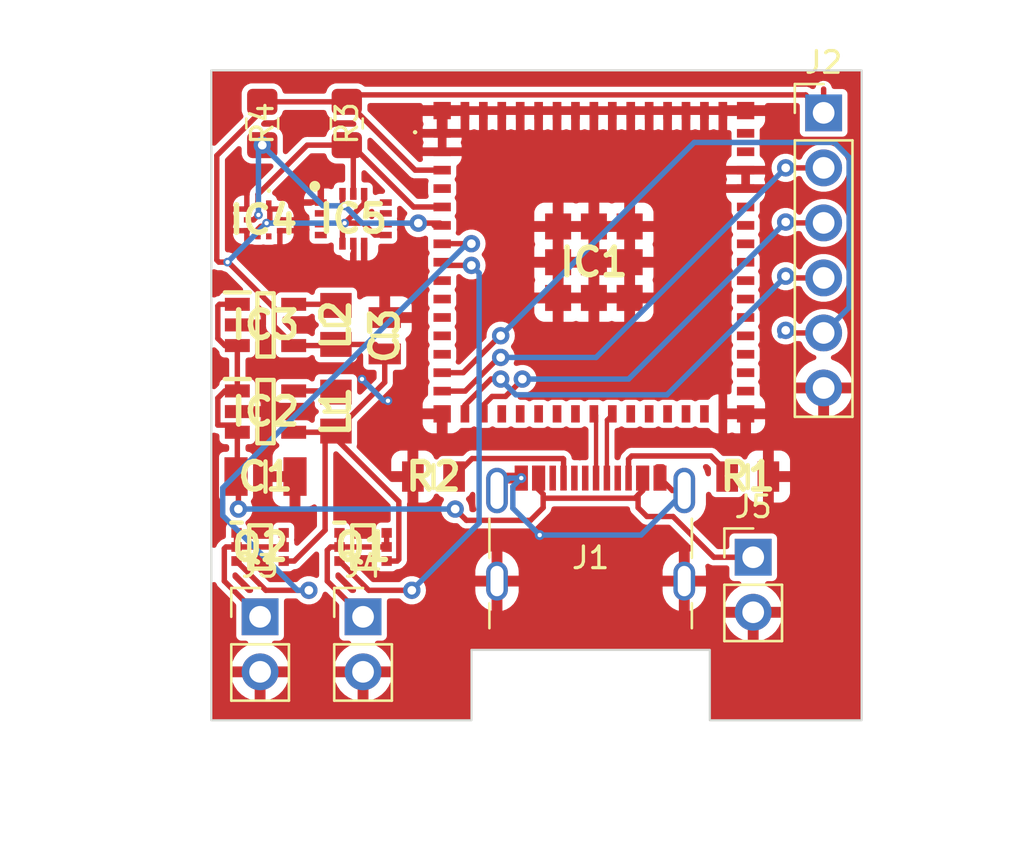
<source format=kicad_pcb>
(kicad_pcb (version 20221018) (generator pcbnew)
  (layers (0 "F.Cu" signal) (31 "B.Cu" signal) (34 "B.Paste" user) (35 "F.Paste" user) (36 "B.SilkS" user "B.Silkscreen") (37 "F.SilkS" user "F.Silkscreen") (38 "B.Mask" user) (39 "F.Mask" user) (44 "Edge.Cuts" user))
  (net 0 "")
  (net 2 "+3.3V")
  (net 3 "Net-(IC1-IO3)")
  (net 9 "Net-(IC1-IO4)")
  (net 10 "/CS")
  (net 11 "/MOSI")
  (net 12 "/CLK")
  (net 18 "/D-")
  (net 19 "/D+")
  (net 27 "GND")
  (net 39 "+5V")
  (net 40 "Net-(IC2-SW)")
  (net 41 "Net-(IC3-SW)")
  (net 42 "/scl")
  (net 43 "/sda")
  (net 51 "/MISO")
  (net 52 "Net-(J1-CC1)")
  (net 53 "/Motor1+")
  (net 54 "Net-(J1-CC2)")
  (net 57 "/Motor2+")
  (footprint "Connector_USB:USB_C_Receptacle_GCT_USB4105-xx-A_16P_TopMnt_Horizontal" (layer "F.Cu") (at 160.75 124.25)
    (fp_text reference "J1" (at 0 0 unlocked) (layer "F.SilkS"))
    (fp_text value "USB4105-GF-A-060 " hide)
    (fp_line (start -4.67 0) (end -4.67 -1.8) (stroke (width 0.12)) (layer "F.SilkS"))
    (fp_line (start -4.67 2.1) (end -4.67 3.25) (stroke (width 0.12)) (layer "F.SilkS"))
    (fp_line (start 4.67 0) (end 4.67 -1.8) (stroke (width 0.12)) (layer "F.SilkS"))
    (fp_line (start 4.67 2.1) (end 4.67 3.25) (stroke (width 0.12)) (layer "F.SilkS"))
    (pad "" np_thru_hole circle (at -2.89 -2.605) (size 0.65 0.65) (drill 0.65) (layers "F&B.Cu" "*.Mask"))
    (pad "" np_thru_hole circle (at 2.89 -2.605) (size 0.65 0.65) (drill 0.65) (layers "F&B.Cu" "*.Mask"))
    (pad "A1" smd rect (at -3.2 -3.68) (size 0.6 1.15) (layers "F.Cu" "F.Paste" "F.Mask") (net 27 "GND"))
    (pad "A4" smd rect (at -2.4 -3.68) (size 0.6 1.15) (layers "F.Cu" "F.Paste" "F.Mask") (net 39 "+5V"))
    (pad "A5" smd rect (at -1.25 -3.68) (size 0.3 1.15) (layers "F.Cu" "F.Paste" "F.Mask") (net 52 "Net-(J1-CC1)"))
    (pad "A6" smd rect (at -0.25 -3.68) (size 0.3 1.15) (layers "F.Cu" "F.Paste" "F.Mask") (net 19 "/D+"))
    (pad "A7" smd rect (at 0.25 -3.68) (size 0.3 1.15) (layers "F.Cu" "F.Paste" "F.Mask") (net 18 "/D-"))
    (pad "A8" smd rect (at 1.25 -3.68) (size 0.3 1.15) (layers "F.Cu" "F.Paste" "F.Mask"))
    (pad "A9" smd rect (at 2.4 -3.68) (size 0.6 1.15) (layers "F.Cu" "F.Paste" "F.Mask") (net 39 "+5V"))
    (pad "A12" smd rect (at 3.2 -3.68) (size 0.6 1.15) (layers "F.Cu" "F.Paste" "F.Mask") (net 27 "GND"))
    (pad "B1" smd rect (at 3.2 -3.68) (size 0.6 1.15) (layers "F.Cu" "F.Paste" "F.Mask") (net 27 "GND"))
    (pad "B4" smd rect (at 2.4 -3.68) (size 0.6 1.15) (layers "F.Cu" "F.Paste" "F.Mask") (net 39 "+5V"))
    (pad "B5" smd rect (at 1.75 -3.68) (size 0.3 1.15) (layers "F.Cu" "F.Paste" "F.Mask") (net 54 "Net-(J1-CC2)"))
    (pad "B6" smd rect (at 0.75 -3.68) (size 0.3 1.15) (layers "F.Cu" "F.Paste" "F.Mask") (net 19 "/D+"))
    (pad "B7" smd rect (at -0.75 -3.68) (size 0.3 1.15) (layers "F.Cu" "F.Paste" "F.Mask") (net 18 "/D-"))
    (pad "B8" smd rect (at -1.75 -3.68) (size 0.3 1.15) (layers "F.Cu" "F.Paste" "F.Mask"))
    (pad "B9" smd rect (at -2.4 -3.68) (size 0.6 1.15) (layers "F.Cu" "F.Paste" "F.Mask") (net 39 "+5V"))
    (pad "B12" smd rect (at -3.2 -3.68) (size 0.6 1.15) (layers "F.Cu" "F.Paste" "F.Mask") (net 27 "GND"))
    (pad "S1" thru_hole oval (at -4.32 -3.105) (size 1 2.1) (drill oval 0.6 1.7) (layers "*.Cu" "*.Mask") (net 27 "GND"))
    (pad "S1" thru_hole oval (at -4.32 1.075) (size 1 1.8) (drill oval 0.6 1.4) (layers "*.Cu" "*.Mask") (net 27 "GND"))
    (pad "S1" thru_hole oval (at 4.32 -3.105) (size 1 2.1) (drill oval 0.6 1.7) (layers "*.Cu" "*.Mask") (net 27 "GND"))
    (pad "S1" thru_hole oval (at 4.32 1.075) (size 1 1.8) (drill oval 0.6 1.4) (layers "*.Cu" "*.Mask") (net 27 "GND"))
  )
  (footprint "Resistor_SMD:R_0805_2012Metric_Pad1.20x1.40mm_HandSolder" (layer "F.Cu") (at 149.5 104.2 90)
    (fp_text reference "R3" (at 0 0 90) (layer "F.SilkS"))
    (fp_text value "ERJ-P06J472V" hide)
    (fp_line (start -0.227064 -0.735) (end 0.227064 -0.735) (stroke (width 0.12)) (layer "F.SilkS"))
    (fp_line (start -0.227064 0.735) (end 0.227064 0.735) (stroke (width 0.12)) (layer "F.SilkS"))
    (pad "1" smd roundrect (at -1 0 90) (size 1.2 1.4) (layers "F.Cu" "F.Paste" "F.Mask") (roundrect_rratio 0.2083333333) (net 42 "/scl"))
    (pad "2" smd roundrect (at 1 0 90) (size 1.2 1.4) (layers "F.Cu" "F.Paste" "F.Mask") (roundrect_rratio 0.2083333333) (net 2 "+3.3V"))
  )
  (footprint "SamacSys_Parts:RESC2012X60N" (layer "F.Cu") (at 153.5 120.5)
    (fp_text reference "R2" (at 0 0) (layer "F.SilkS") (effects (font (size 1.27 1.27) (thickness 0.254))))
    (fp_text value "CR0805-FX-5101ELF" hide)
    (fp_line (start 0 -0.525) (end 0 0.525) (stroke (width 0.2)) (layer "F.SilkS"))
    (pad "1" smd rect (at -0.95 0) (size 1 1.4) (layers "F.Cu" "F.Paste" "F.Mask") (net 27 "GND"))
    (pad "2" smd rect (at 0.95 0) (size 1 1.4) (layers "F.Cu" "F.Paste" "F.Mask") (net 52 "Net-(J1-CC1)"))
  )
  (footprint "Connector_PinHeader_2.54mm:PinHeader_1x06_P2.54mm_Vertical" (layer "F.Cu") (at 171.5 103.71)
    (fp_text reference "J2" (at 0 -2.33) (layer "F.SilkS"))
    (fp_text value "Conn_01x06_Pin")
    (fp_line (start -1.33 -1.33) (end 0 -1.33) (stroke (width 0.12)) (layer "F.SilkS"))
    (fp_line (start -1.33 0) (end -1.33 -1.33) (stroke (width 0.12)) (layer "F.SilkS"))
    (fp_line (start -1.33 1.27) (end -1.33 14.03) (stroke (width 0.12)) (layer "F.SilkS"))
    (fp_line (start -1.33 1.27) (end 1.33 1.27) (stroke (width 0.12)) (layer "F.SilkS"))
    (fp_line (start -1.33 14.03) (end 1.33 14.03) (stroke (width 0.12)) (layer "F.SilkS"))
    (fp_line (start 1.33 1.27) (end 1.33 14.03) (stroke (width 0.12)) (layer "F.SilkS"))
    (pad "1" thru_hole rect (at 0 0) (size 1.7 1.7) (drill 1) (layers "*.Cu" "*.Mask") (net 2 "+3.3V"))
    (pad "2" thru_hole oval (at 0 2.54) (size 1.7 1.7) (drill 1) (layers "*.Cu" "*.Mask") (net 11 "/MOSI"))
    (pad "3" thru_hole oval (at 0 5.08) (size 1.7 1.7) (drill 1) (layers "*.Cu" "*.Mask") (net 51 "/MISO"))
    (pad "4" thru_hole oval (at 0 7.62) (size 1.7 1.7) (drill 1) (layers "*.Cu" "*.Mask") (net 12 "/CLK"))
    (pad "5" thru_hole oval (at 0 10.16) (size 1.7 1.7) (drill 1) (layers "*.Cu" "*.Mask") (net 10 "/CS"))
    (pad "6" thru_hole oval (at 0 12.7) (size 1.7 1.7) (drill 1) (layers "*.Cu" "*.Mask") (net 27 "GND"))
  )
  (footprint "SamacSys_Parts:RESC2012X60N" (layer "F.Cu") (at 168 120.5 180)
    (fp_text reference "R1" (at 0 0) (layer "F.SilkS") (effects (font (size 1.27 1.27) (thickness 0.254))))
    (fp_text value "CR0805-FX-5101ELF" hide)
    (fp_line (start 0 -0.525) (end 0 0.525) (stroke (width 0.2)) (layer "F.SilkS"))
    (pad "1" smd rect (at -0.95 0 180) (size 1 1.4) (layers "F.Cu" "F.Paste" "F.Mask") (net 27 "GND"))
    (pad "2" smd rect (at 0.95 0 180) (size 1 1.4) (layers "F.Cu" "F.Paste" "F.Mask") (net 54 "Net-(J1-CC2)"))
  )
  (footprint "Connector_PinHeader_2.54mm:PinHeader_1x02_P2.54mm_Vertical" (layer "F.Cu") (at 145.5 126.975)
    (fp_text reference "J3" (at 0 -2.33) (layer "F.SilkS"))
    (fp_text value "Conn_01x02_Pin")
    (fp_line (start -1.33 -1.33) (end 0 -1.33) (stroke (width 0.12)) (layer "F.SilkS"))
    (fp_line (start -1.33 0) (end -1.33 -1.33) (stroke (width 0.12)) (layer "F.SilkS"))
    (fp_line (start -1.33 1.27) (end -1.33 3.87) (stroke (width 0.12)) (layer "F.SilkS"))
    (fp_line (start -1.33 1.27) (end 1.33 1.27) (stroke (width 0.12)) (layer "F.SilkS"))
    (fp_line (start -1.33 3.87) (end 1.33 3.87) (stroke (width 0.12)) (layer "F.SilkS"))
    (fp_line (start 1.33 1.27) (end 1.33 3.87) (stroke (width 0.12)) (layer "F.SilkS"))
    (pad "1" thru_hole rect (at 0 0) (size 1.7 1.7) (drill 1) (layers "*.Cu" "*.Mask") (net 53 "/Motor1+"))
    (pad "2" thru_hole oval (at 0 2.54) (size 1.7 1.7) (drill 1) (layers "*.Cu" "*.Mask") (net 27 "GND"))
  )
  (footprint "Connector_PinHeader_2.54mm:PinHeader_1x02_P2.54mm_Vertical" (layer "F.Cu") (at 168.25 124.225)
    (fp_text reference "J5" (at 0 -2.33) (layer "F.SilkS"))
    (fp_text value "Conn_01x02_Pin")
    (fp_line (start -1.33 -1.33) (end 0 -1.33) (stroke (width 0.12)) (layer "F.SilkS"))
    (fp_line (start -1.33 0) (end -1.33 -1.33) (stroke (width 0.12)) (layer "F.SilkS"))
    (fp_line (start -1.33 1.27) (end -1.33 3.87) (stroke (width 0.12)) (layer "F.SilkS"))
    (fp_line (start -1.33 1.27) (end 1.33 1.27) (stroke (width 0.12)) (layer "F.SilkS"))
    (fp_line (start -1.33 3.87) (end 1.33 3.87) (stroke (width 0.12)) (layer "F.SilkS"))
    (fp_line (start 1.33 1.27) (end 1.33 3.87) (stroke (width 0.12)) (layer "F.SilkS"))
    (pad "1" thru_hole rect (at 0 0) (size 1.7 1.7) (drill 1) (layers "*.Cu" "*.Mask") (net 39 "+5V"))
    (pad "2" thru_hole oval (at 0 2.54) (size 1.7 1.7) (drill 1) (layers "*.Cu" "*.Mask") (net 27 "GND"))
  )
  (footprint "SamacSys_Parts:SOTFL65P210X75-6N" (layer "F.Cu") (at 145.5 123.75)
    (fp_text reference "Q2" (at 0 0) (layer "F.SilkS") (effects (font (size 1.27 1.27) (thickness 0.254))))
    (fp_text value "SSM6K407TU,LF" hide)
    (fp_line (start -1.325 -1.125) (end -0.85 -1.125) (stroke (width 0.2)) (layer "F.SilkS"))
    (fp_line (start -0.5 -1) (end 0.5 -1) (stroke (width 0.2)) (layer "F.SilkS"))
    (fp_line (start -0.5 1) (end -0.5 -1) (stroke (width 0.2)) (layer "F.SilkS"))
    (fp_line (start 0.5 -1) (end 0.5 1) (stroke (width 0.2)) (layer "F.SilkS"))
    (fp_line (start 0.5 1) (end -0.5 1) (stroke (width 0.2)) (layer "F.SilkS"))
    (pad "1" smd rect (at -1.088 -0.65 90) (size 0.45 0.475) (layers "F.Cu" "F.Paste" "F.Mask") (net 53 "/Motor1+"))
    (pad "2" smd rect (at -1.088 0 90) (size 0.45 0.475) (layers "F.Cu" "F.Paste" "F.Mask") (net 53 "/Motor1+"))
    (pad "3" smd rect (at -1.088 0.65 90) (size 0.45 0.475) (layers "F.Cu" "F.Paste" "F.Mask") (net 3 "Net-(IC1-IO3)"))
    (pad "4" smd rect (at 1.088 0.65 90) (size 0.45 0.475) (layers "F.Cu" "F.Paste" "F.Mask") (net 2 "+3.3V"))
    (pad "5" smd rect (at 1.088 0 90) (size 0.45 0.475) (layers "F.Cu" "F.Paste" "F.Mask") (net 53 "/Motor1+"))
    (pad "6" smd rect (at 1.088 -0.65 90) (size 0.45 0.475) (layers "F.Cu" "F.Paste" "F.Mask") (net 53 "/Motor1+"))
  )
  (footprint "mouser:SOT95P284X119-5N" (layer "F.Cu") (at 145.75 113.5)
    (fp_text reference "IC3" (at 0 0) (layer "F.SilkS") (effects (font (size 1.27 1.27) (thickness 0.254))))
    (fp_text value "LM3671MF-3.3_NOPB" hide)
    (fp_line (start -1.875 -1.503) (end -0.725 -1.503) (stroke (width 0.2)) (layer "F.SilkS"))
    (fp_line (start -0.375 -1.46) (end 0.375 -1.46) (stroke (width 0.2)) (layer "F.SilkS"))
    (fp_line (start -0.375 1.46) (end -0.375 -1.46) (stroke (width 0.2)) (layer "F.SilkS"))
    (fp_line (start 0.375 -1.46) (end 0.375 1.46) (stroke (width 0.2)) (layer "F.SilkS"))
    (fp_line (start 0.375 1.46) (end -0.375 1.46) (stroke (width 0.2)) (layer "F.SilkS"))
    (pad "1" smd rect (at -1.3 -0.953 90) (size 0.6 1.15) (layers "F.Cu" "F.Paste" "F.Mask") (net 39 "+5V"))
    (pad "2" smd rect (at -1.3 0 90) (size 0.6 1.15) (layers "F.Cu" "F.Paste" "F.Mask") (net 27 "GND"))
    (pad "3" smd rect (at -1.3 0.953 90) (size 0.6 1.15) (layers "F.Cu" "F.Paste" "F.Mask") (net 39 "+5V"))
    (pad "4" smd rect (at 1.3 0.953 90) (size 0.6 1.15) (layers "F.Cu" "F.Paste" "F.Mask") (net 2 "+3.3V"))
    (pad "5" smd rect (at 1.3 -0.953 90) (size 0.6 1.15) (layers "F.Cu" "F.Paste" "F.Mask") (net 41 "Net-(IC3-SW)"))
  )
  (footprint "mouser:SOT95P284X119-5N" (layer "F.Cu") (at 145.75 117.5)
    (fp_text reference "IC2" (at 0 0) (layer "F.SilkS") (effects (font (size 1.27 1.27) (thickness 0.254))))
    (fp_text value "LM3671MF-3.3_NOPB" hide)
    (fp_line (start -1.875 -1.503) (end -0.725 -1.503) (stroke (width 0.2)) (layer "F.SilkS"))
    (fp_line (start -0.375 -1.46) (end 0.375 -1.46) (stroke (width 0.2)) (layer "F.SilkS"))
    (fp_line (start -0.375 1.46) (end -0.375 -1.46) (stroke (width 0.2)) (layer "F.SilkS"))
    (fp_line (start 0.375 -1.46) (end 0.375 1.46) (stroke (width 0.2)) (layer "F.SilkS"))
    (fp_line (start 0.375 1.46) (end -0.375 1.46) (stroke (width 0.2)) (layer "F.SilkS"))
    (pad "1" smd rect (at -1.3 -0.953 90) (size 0.6 1.15) (layers "F.Cu" "F.Paste" "F.Mask") (net 39 "+5V"))
    (pad "2" smd rect (at -1.3 0 90) (size 0.6 1.15) (layers "F.Cu" "F.Paste" "F.Mask") (net 27 "GND"))
    (pad "3" smd rect (at -1.3 0.953 90) (size 0.6 1.15) (layers "F.Cu" "F.Paste" "F.Mask") (net 39 "+5V"))
    (pad "4" smd rect (at 1.3 0.953 90) (size 0.6 1.15) (layers "F.Cu" "F.Paste" "F.Mask") (net 2 "+3.3V"))
    (pad "5" smd rect (at 1.3 -0.953 90) (size 0.6 1.15) (layers "F.Cu" "F.Paste" "F.Mask") (net 40 "Net-(IC2-SW)"))
  )
  (footprint "mouser:INDC2012X145N" (layer "F.Cu") (at 149 113.5 -90)
    (fp_text reference "L2" (at 0 0 90) (layer "F.SilkS") (effects (font (size 1.27 1.27) (thickness 0.254))))
    (fp_text value "CBC2012T2R2M" hide)
    (fp_line (start 0 -0.525) (end 0 0.525) (stroke (width 0.2)) (layer "F.SilkS"))
    (pad "1" smd rect (at -0.9 0 270) (size 1.15 1.45) (layers "F.Cu" "F.Paste" "F.Mask") (net 41 "Net-(IC3-SW)"))
    (pad "2" smd rect (at 0.9 0 270) (size 1.15 1.45) (layers "F.Cu" "F.Paste" "F.Mask") (net 2 "+3.3V"))
  )
  (footprint "Connector_PinHeader_2.54mm:PinHeader_1x02_P2.54mm_Vertical" (layer "F.Cu") (at 150.25 126.975)
    (fp_text reference "J4" (at 0 -2.33) (layer "F.SilkS"))
    (fp_text value "Conn_01x02_Pin")
    (fp_line (start -1.33 -1.33) (end 0 -1.33) (stroke (width 0.12)) (layer "F.SilkS"))
    (fp_line (start -1.33 0) (end -1.33 -1.33) (stroke (width 0.12)) (layer "F.SilkS"))
    (fp_line (start -1.33 1.27) (end -1.33 3.87) (stroke (width 0.12)) (layer "F.SilkS"))
    (fp_line (start -1.33 1.27) (end 1.33 1.27) (stroke (width 0.12)) (layer "F.SilkS"))
    (fp_line (start -1.33 3.87) (end 1.33 3.87) (stroke (width 0.12)) (layer "F.SilkS"))
    (fp_line (start 1.33 1.27) (end 1.33 3.87) (stroke (width 0.12)) (layer "F.SilkS"))
    (pad "1" thru_hole rect (at 0 0) (size 1.7 1.7) (drill 1) (layers "*.Cu" "*.Mask") (net 57 "/Motor2+"))
    (pad "2" thru_hole oval (at 0 2.54) (size 1.7 1.7) (drill 1) (layers "*.Cu" "*.Mask") (net 27 "GND"))
  )
  (footprint "mouser:BMP390" (layer "F.Cu") (at 145.65 108.65)
    (fp_text reference "IC4" (at 0 0) (layer "F.SilkS") (effects (font (size 1.27 1.27) (thickness 0.254))))
    (fp_text value "BMP390" hide)
    (fp_line (start 0.25 -1.4) (end 0.25 -1.4) (stroke (width 0.1)) (layer "F.SilkS"))
    (fp_line (start 0.25 -1.3) (end 0.25 -1.3) (stroke (width 0.1)) (layer "F.SilkS"))
    (fp_arc (start 0.25 -1.4) (mid 0.3 -1.35) (end 0.25 -1.3) (stroke (width 0.1)) (layer "F.SilkS"))
    (fp_arc (start 0.25 -1.3) (mid 0.2 -1.35) (end 0.25 -1.4) (stroke (width 0.1)) (layer "F.SilkS"))
    (pad "1" smd rect (at 0.25 -0.763) (size 0.25 0.275) (layers "F.Cu" "F.Paste" "F.Mask") (net 2 "+3.3V"))
    (pad "2" smd rect (at -0.25 -0.763) (size 0.25 0.275) (layers "F.Cu" "F.Paste" "F.Mask") (net 42 "/scl"))
    (pad "3" smd rect (at -0.762 -0.5 90) (size 0.25 0.275) (layers "F.Cu" "F.Paste" "F.Mask") (net 27 "GND"))
    (pad "4" smd rect (at -0.762 0 90) (size 0.25 0.275) (layers "F.Cu" "F.Paste" "F.Mask") (net 43 "/sda"))
    (pad "5" smd rect (at -0.762 0.5 90) (size 0.25 0.275) (layers "F.Cu" "F.Paste" "F.Mask") (net 27 "GND"))
    (pad "6" smd rect (at -0.25 0.763) (size 0.25 0.275) (layers "F.Cu" "F.Paste" "F.Mask") (net 2 "+3.3V"))
    (pad "7" smd rect (at 0.25 0.763) (size 0.25 0.275) (layers "F.Cu" "F.Paste" "F.Mask"))
    (pad "8" smd rect (at 0.762 0.5 90) (size 0.25 0.275) (layers "F.Cu" "F.Paste" "F.Mask") (net 27 "GND"))
    (pad "9" smd rect (at 0.762 0 90) (size 0.25 0.275) (layers "F.Cu" "F.Paste" "F.Mask") (net 27 "GND"))
    (pad "10" smd rect (at 0.762 -0.5 90) (size 0.25 0.275) (layers "F.Cu" "F.Paste" "F.Mask") (net 2 "+3.3V"))
  )
  (footprint "mouser:QFN50P300X250X87-14N" (layer "F.Cu") (at 149.8 108.6)
    (fp_text reference "IC5" (at 0 0) (layer "F.SilkS") (effects (font (size 1.27 1.27) (thickness 0.254))))
    (fp_text value "BMI270" hide)
    (fp_circle (center -1.775 -1.5) (end -1.775 -1.375) (stroke (width 0.25)) (fill none) (layer "F.SilkS"))
    (pad "1" smd rect (at -1.5 -0.75 90) (size 0.3 0.55) (layers "F.Cu" "F.Paste" "F.Mask") (net 27 "GND"))
    (pad "2" smd rect (at -1.5 -0.25 90) (size 0.3 0.55) (layers "F.Cu" "F.Paste" "F.Mask"))
    (pad "3" smd rect (at -1.5 0.25 90) (size 0.3 0.55) (layers "F.Cu" "F.Paste" "F.Mask"))
    (pad "4" smd rect (at -1.5 0.75 90) (size 0.3 0.55) (layers "F.Cu" "F.Paste" "F.Mask"))
    (pad "5" smd rect (at -0.5 1.15) (size 0.3 0.55) (layers "F.Cu" "F.Paste" "F.Mask") (net 2 "+3.3V"))
    (pad "6" smd rect (at 0 1.15) (size 0.3 0.55) (layers "F.Cu" "F.Paste" "F.Mask") (net 27 "GND"))
    (pad "7" smd rect (at 0.5 1.15) (size 0.3 0.55) (layers "F.Cu" "F.Paste" "F.Mask") (net 27 "GND"))
    (pad "8" smd rect (at 1.5 0.75 90) (size 0.3 0.55) (layers "F.Cu" "F.Paste" "F.Mask") (net 2 "+3.3V"))
    (pad "9" smd rect (at 1.5 0.25 90) (size 0.3 0.55) (layers "F.Cu" "F.Paste" "F.Mask"))
    (pad "10" smd rect (at 1.5 -0.25 90) (size 0.3 0.55) (layers "F.Cu" "F.Paste" "F.Mask"))
    (pad "11" smd rect (at 1.5 -0.75 90) (size 0.3 0.55) (layers "F.Cu" "F.Paste" "F.Mask"))
    (pad "12" smd rect (at 0.5 -1.15) (size 0.3 0.55) (layers "F.Cu" "F.Paste" "F.Mask") (net 2 "+3.3V"))
    (pad "13" smd rect (at 0 -1.15) (size 0.3 0.55) (layers "F.Cu" "F.Paste" "F.Mask") (net 42 "/scl"))
    (pad "14" smd rect (at -0.5 -1.15) (size 0.3 0.55) (layers "F.Cu" "F.Paste" "F.Mask") (net 43 "/sda"))
  )
  (footprint "mouser:CAPC3216X180N" (layer "F.Cu") (at 145.75 120.5)
    (fp_text reference "C1" (at 0 0) (layer "F.SilkS") (effects (font (size 1.27 1.27) (thickness 0.254))))
    (fp_text value "EMK316B7475KL-T" hide)
    (fp_line (start 0 -0.7) (end 0 0.7) (stroke (width 0.2)) (layer "F.SilkS"))
    (pad "1" smd rect (at -1.36 0) (size 1.07 1.78) (layers "F.Cu" "F.Paste" "F.Mask") (net 39 "+5V"))
    (pad "2" smd rect (at 1.36 0) (size 1.07 1.78) (layers "F.Cu" "F.Paste" "F.Mask") (net 27 "GND"))
  )
  (footprint "mouser:ESP32S2MINI2UN4" (layer "F.Cu") (at 160.9 110.605)
    (fp_text reference "IC1" (at 0 0) (layer "F.SilkS") (effects (font (size 1.27 1.27) (thickness 0.254))))
    (fp_text value "ESP32-S2-MINI-2U-N4" hide)
    (fp_line (start -8.3 -6) (end -8.3 -6) (stroke (width 0.1)) (layer "F.SilkS"))
    (fp_line (start -8.2 -6) (end -8.2 -6) (stroke (width 0.1)) (layer "F.SilkS"))
    (fp_arc (start -8.3 -6) (mid -8.25 -6.05) (end -8.2 -6) (stroke (width 0.1)) (layer "F.SilkS"))
    (fp_arc (start -8.2 -6) (mid -8.25 -5.95) (end -8.3 -6) (stroke (width 0.1)) (layer "F.SilkS"))
    (pad "1" smd rect (at -7 -5.95 90) (size 0.4 0.8) (layers "F.Cu" "F.Paste" "F.Mask") (net 27 "GND"))
    (pad "2" smd rect (at -7 -5.1 90) (size 0.4 0.8) (layers "F.Cu" "F.Paste" "F.Mask") (net 27 "GND"))
    (pad "3" smd rect (at -7 -4.25 90) (size 0.4 0.8) (layers "F.Cu" "F.Paste" "F.Mask") (net 2 "+3.3V"))
    (pad "4" smd rect (at -7 -3.4 90) (size 0.4 0.8) (layers "F.Cu" "F.Paste" "F.Mask"))
    (pad "5" smd rect (at -7 -2.55 90) (size 0.4 0.8) (layers "F.Cu" "F.Paste" "F.Mask") (net 42 "/scl"))
    (pad "6" smd rect (at -7 -1.7 90) (size 0.4 0.8) (layers "F.Cu" "F.Paste" "F.Mask") (net 43 "/sda"))
    (pad "7" smd rect (at -7 -0.85 90) (size 0.4 0.8) (layers "F.Cu" "F.Paste" "F.Mask") (net 3 "Net-(IC1-IO3)"))
    (pad "8" smd rect (at -7 0 90) (size 0.4 0.8) (layers "F.Cu" "F.Paste" "F.Mask") (net 9 "Net-(IC1-IO4)"))
    (pad "9" smd rect (at -7 0.85 90) (size 0.4 0.8) (layers "F.Cu" "F.Paste" "F.Mask"))
    (pad "10" smd rect (at -7 1.7 90) (size 0.4 0.8) (layers "F.Cu" "F.Paste" "F.Mask"))
    (pad "11" smd rect (at -7 2.55 90) (size 0.4 0.8) (layers "F.Cu" "F.Paste" "F.Mask"))
    (pad "12" smd rect (at -7 3.4 90) (size 0.4 0.8) (layers "F.Cu" "F.Paste" "F.Mask"))
    (pad "13" smd rect (at -7 4.25 90) (size 0.4 0.8) (layers "F.Cu" "F.Paste" "F.Mask"))
    (pad "14" smd rect (at -7 5.1 90) (size 0.4 0.8) (layers "F.Cu" "F.Paste" "F.Mask") (net 10 "/CS"))
    (pad "15" smd rect (at -7 5.95 90) (size 0.4 0.8) (layers "F.Cu" "F.Paste" "F.Mask") (net 11 "/MOSI"))
    (pad "16" smd rect (at -5.95 7) (size 0.4 0.8) (layers "F.Cu" "F.Paste" "F.Mask") (net 12 "/CLK"))
    (pad "17" smd rect (at -5.1 7) (size 0.4 0.8) (layers "F.Cu" "F.Paste" "F.Mask") (net 51 "/MISO"))
    (pad "18" smd rect (at -4.25 7) (size 0.4 0.8) (layers "F.Cu" "F.Paste" "F.Mask"))
    (pad "19" smd rect (at -3.4 7) (size 0.4 0.8) (layers "F.Cu" "F.Paste" "F.Mask"))
    (pad "20" smd rect (at -2.55 7) (size 0.4 0.8) (layers "F.Cu" "F.Paste" "F.Mask"))
    (pad "21" smd rect (at -1.7 7) (size 0.4 0.8) (layers "F.Cu" "F.Paste" "F.Mask"))
    (pad "22" smd rect (at -0.85 7) (size 0.4 0.8) (layers "F.Cu" "F.Paste" "F.Mask"))
    (pad "23" smd rect (at 0 7) (size 0.4 0.8) (layers "F.Cu" "F.Paste" "F.Mask") (net 18 "/D-"))
    (pad "24" smd rect (at 0.85 7) (size 0.4 0.8) (layers "F.Cu" "F.Paste" "F.Mask") (net 19 "/D+"))
    (pad "25" smd rect (at 1.7 7) (size 0.4 0.8) (layers "F.Cu" "F.Paste" "F.Mask"))
    (pad "26" smd rect (at 2.55 7) (size 0.4 0.8) (layers "F.Cu" "F.Paste" "F.Mask"))
    (pad "27" smd rect (at 3.4 7) (size 0.4 0.8) (layers "F.Cu" "F.Paste" "F.Mask"))
    (pad "28" smd rect (at 4.25 7) (size 0.4 0.8) (layers "F.Cu" "F.Paste" "F.Mask"))
    (pad "29" smd rect (at 5.1 7) (size 0.4 0.8) (layers "F.Cu" "F.Paste" "F.Mask"))
    (pad "30" smd rect (at 5.95 7) (size 0.4 0.8) (layers "F.Cu" "F.Paste" "F.Mask") (net 27 "GND"))
    (pad "31" smd rect (at 7 5.95 90) (size 0.4 0.8) (layers "F.Cu" "F.Paste" "F.Mask"))
    (pad "32" smd rect (at 7 5.1 90) (size 0.4 0.8) (layers "F.Cu" "F.Paste" "F.Mask"))
    (pad "33" smd rect (at 7 4.25 90) (size 0.4 0.8) (layers "F.Cu" "F.Paste" "F.Mask"))
    (pad "34" smd rect (at 7 3.4 90) (size 0.4 0.8) (layers "F.Cu" "F.Paste" "F.Mask"))
    (pad "35" smd rect (at 7 2.55 90) (size 0.4 0.8) (layers "F.Cu" "F.Paste" "F.Mask"))
    (pad "36" smd rect (at 7 1.7 90) (size 0.4 0.8) (layers "F.Cu" "F.Paste" "F.Mask"))
    (pad "37" smd rect (at 7 0.85 90) (size 0.4 0.8) (layers "F.Cu" "F.Paste" "F.Mask"))
    (pad "38" smd rect (at 7 0 90) (size 0.4 0.8) (layers "F.Cu" "F.Paste" "F.Mask"))
    (pad "39" smd rect (at 7 -0.85 90) (size 0.4 0.8) (layers "F.Cu" "F.Paste" "F.Mask"))
    (pad "40" smd rect (at 7 -1.7 90) (size 0.4 0.8) (layers "F.Cu" "F.Paste" "F.Mask"))
    (pad "41" smd rect (at 7 -2.55 90) (size 0.4 0.8) (layers "F.Cu" "F.Paste" "F.Mask"))
    (pad "42" smd rect (at 7 -3.4 90) (size 0.4 0.8) (layers "F.Cu" "F.Paste" "F.Mask") (net 27 "GND"))
    (pad "43" smd rect (at 7 -4.25 90) (size 0.4 0.8) (layers "F.Cu" "F.Paste" "F.Mask") (net 27 "GND"))
    (pad "44" smd rect (at 7 -5.1 90) (size 0.4 0.8) (layers "F.Cu" "F.Paste" "F.Mask"))
    (pad "45" smd rect (at 7 -5.95 90) (size 0.4 0.8) (layers "F.Cu" "F.Paste" "F.Mask"))
    (pad "46" smd rect (at 5.95 -7) (size 0.4 0.8) (layers "F.Cu" "F.Paste" "F.Mask") (net 27 "GND"))
    (pad "47" smd rect (at 5.1 -7) (size 0.4 0.8) (layers "F.Cu" "F.Paste" "F.Mask") (net 27 "GND"))
    (pad "48" smd rect (at 4.25 -7) (size 0.4 0.8) (layers "F.Cu" "F.Paste" "F.Mask") (net 27 "GND"))
    (pad "49" smd rect (at 3.4 -7) (size 0.4 0.8) (layers "F.Cu" "F.Paste" "F.Mask") (net 27 "GND"))
    (pad "50" smd rect (at 2.55 -7) (size 0.4 0.8) (layers "F.Cu" "F.Paste" "F.Mask") (net 27 "GND"))
    (pad "51" smd rect (at 1.7 -7) (size 0.4 0.8) (layers "F.Cu" "F.Paste" "F.Mask") (net 27 "GND"))
    (pad "52" smd rect (at 0.85 -7) (size 0.4 0.8) (layers "F.Cu" "F.Paste" "F.Mask") (net 27 "GND"))
    (pad "53" smd rect (at 0 -7) (size 0.4 0.8) (layers "F.Cu" "F.Paste" "F.Mask") (net 27 "GND"))
    (pad "54" smd rect (at -0.85 -7) (size 0.4 0.8) (layers "F.Cu" "F.Paste" "F.Mask") (net 27 "GND"))
    (pad "55" smd rect (at -1.7 -7) (size 0.4 0.8) (layers "F.Cu" "F.Paste" "F.Mask") (net 27 "GND"))
    (pad "56" smd rect (at -2.55 -7) (size 0.4 0.8) (layers "F.Cu" "F.Paste" "F.Mask") (net 27 "GND"))
    (pad "57" smd rect (at -3.4 -7) (size 0.4 0.8) (layers "F.Cu" "F.Paste" "F.Mask") (net 27 "GND"))
    (pad "58" smd rect (at -4.25 -7) (size 0.4 0.8) (layers "F.Cu" "F.Paste" "F.Mask") (net 27 "GND"))
    (pad "59" smd rect (at -5.1 -7) (size 0.4 0.8) (layers "F.Cu" "F.Paste" "F.Mask") (net 27 "GND"))
    (pad "60" smd rect (at -5.95 -7) (size 0.4 0.8) (layers "F.Cu" "F.Paste" "F.Mask") (net 27 "GND"))
    (pad "61" smd rect (at 0 0 90) (size 1.2 1.2) (layers "F.Cu" "F.Paste" "F.Mask") (net 27 "GND"))
    (pad "62" smd rect (at -7 -7 90) (size 0.8 0.8) (layers "F.Cu" "F.Paste" "F.Mask") (net 27 "GND"))
    (pad "63" smd rect (at -7 7 90) (size 0.8 0.8) (layers "F.Cu" "F.Paste" "F.Mask") (net 27 "GND"))
    (pad "64" smd rect (at 7 7 90) (size 0.8 0.8) (layers "F.Cu" "F.Paste" "F.Mask") (net 27 "GND"))
    (pad "65" smd rect (at 7 -7 90) (size 0.8 0.8) (layers "F.Cu" "F.Paste" "F.Mask") (net 27 "GND"))
    (pad "66" smd rect (at -1.65 -1.65 90) (size 1.2 1.2) (layers "F.Cu" "F.Paste" "F.Mask") (net 27 "GND"))
    (pad "67" smd rect (at -1.65 0 90) (size 1.2 1.2) (layers "F.Cu" "F.Paste" "F.Mask") (net 27 "GND"))
    (pad "68" smd rect (at -1.65 1.65 90) (size 1.2 1.2) (layers "F.Cu" "F.Paste" "F.Mask") (net 27 "GND"))
    (pad "69" smd rect (at 0 1.65 90) (size 1.2 1.2) (layers "F.Cu" "F.Paste" "F.Mask") (net 27 "GND"))
    (pad "70" smd rect (at 1.65 1.65 90) (size 1.2 1.2) (layers "F.Cu" "F.Paste" "F.Mask") (net 27 "GND"))
    (pad "71" smd rect (at 1.65 0 90) (size 1.2 1.2) (layers "F.Cu" "F.Paste" "F.Mask") (net 27 "GND"))
    (pad "72" smd rect (at 1.65 -1.65 90) (size 1.2 1.2) (layers "F.Cu" "F.Paste" "F.Mask") (net 27 "GND"))
    (pad "73" smd rect (at 0 -1.65 90) (size 1.2 1.2) (layers "F.Cu" "F.Paste" "F.Mask") (net 27 "GND"))
  )
  (footprint "SamacSys_Parts:SOTFL65P210X75-6N" (layer "F.Cu") (at 150.25 123.75)
    (fp_text reference "Q1" (at 0 0) (layer "F.SilkS") (effects (font (size 1.27 1.27) (thickness 0.254))))
    (fp_text value "SSM6K407TU,LF" hide)
    (fp_line (start -1.325 -1.125) (end -0.85 -1.125) (stroke (width 0.2)) (layer "F.SilkS"))
    (fp_line (start -0.5 -1) (end 0.5 -1) (stroke (width 0.2)) (layer "F.SilkS"))
    (fp_line (start -0.5 1) (end -0.5 -1) (stroke (width 0.2)) (layer "F.SilkS"))
    (fp_line (start 0.5 -1) (end 0.5 1) (stroke (width 0.2)) (layer "F.SilkS"))
    (fp_line (start 0.5 1) (end -0.5 1) (stroke (width 0.2)) (layer "F.SilkS"))
    (pad "1" smd rect (at -1.088 -0.65 90) (size 0.45 0.475) (layers "F.Cu" "F.Paste" "F.Mask") (net 57 "/Motor2+"))
    (pad "2" smd rect (at -1.088 0 90) (size 0.45 0.475) (layers "F.Cu" "F.Paste" "F.Mask") (net 57 "/Motor2+"))
    (pad "3" smd rect (at -1.088 0.65 90) (size 0.45 0.475) (layers "F.Cu" "F.Paste" "F.Mask") (net 9 "Net-(IC1-IO4)"))
    (pad "4" smd rect (at 1.088 0.65 90) (size 0.45 0.475) (layers "F.Cu" "F.Paste" "F.Mask") (net 2 "+3.3V"))
    (pad "5" smd rect (at 1.088 0 90) (size 0.45 0.475) (layers "F.Cu" "F.Paste" "F.Mask") (net 57 "/Motor2+"))
    (pad "6" smd rect (at 1.088 -0.65 90) (size 0.45 0.475) (layers "F.Cu" "F.Paste" "F.Mask") (net 57 "/Motor2+"))
  )
  (footprint "mouser:INDC2012X145N" (layer "F.Cu") (at 149 117.5 -90)
    (fp_text reference "L1" (at 0 0 90) (layer "F.SilkS") (effects (font (size 1.27 1.27) (thickness 0.254))))
    (fp_text value "CBC2012T2R2M" hide)
    (fp_line (start 0 -0.525) (end 0 0.525) (stroke (width 0.2)) (layer "F.SilkS"))
    (pad "1" smd rect (at -0.9 0 270) (size 1.15 1.45) (layers "F.Cu" "F.Paste" "F.Mask") (net 40 "Net-(IC2-SW)"))
    (pad "2" smd rect (at 0.9 0 270) (size 1.15 1.45) (layers "F.Cu" "F.Paste" "F.Mask") (net 2 "+3.3V"))
  )
  (footprint "mouser:CAPC2114X145N" (layer "F.Cu") (at 151.25 114 90)
    (fp_text reference "C3" (at 0 0 90) (layer "F.SilkS") (effects (font (size 1.27 1.27) (thickness 0.254))))
    (fp_text value "TMK212BBJ106KG-T" hide)
    (fp_line (start 0 -0.575) (end 0 0.575) (stroke (width 0.2)) (layer "F.SilkS"))
    (pad "1" smd rect (at -0.84 0 90) (size 0.96 1.49) (layers "F.Cu" "F.Paste" "F.Mask") (net 2 "+3.3V"))
    (pad "2" smd rect (at 0.84 0 90) (size 0.96 1.49) (layers "F.Cu" "F.Paste" "F.Mask") (net 27 "GND"))
  )
  (footprint "Resistor_SMD:R_0805_2012Metric_Pad1.20x1.40mm_HandSolder" (layer "F.Cu") (at 145.6 104.2 90)
    (fp_text reference "R4" (at 0 0 90) (layer "F.SilkS"))
    (fp_text value "ERJ-P06J472V" hide)
    (fp_line (start -0.227064 -0.735) (end 0.227064 -0.735) (stroke (width 0.12)) (layer "F.SilkS"))
    (fp_line (start -0.227064 0.735) (end 0.227064 0.735) (stroke (width 0.12)) (layer "F.SilkS"))
    (pad "1" smd roundrect (at -1 0 90) (size 1.2 1.4) (layers "F.Cu" "F.Paste" "F.Mask") (roundrect_rratio 0.2083333333) (net 43 "/sda"))
    (pad "2" smd roundrect (at 1 0 90) (size 1.2 1.4) (layers "F.Cu" "F.Paste" "F.Mask") (roundrect_rratio 0.2083333333) (net 2 "+3.3V"))
  )
  (gr_poly (pts (xy 143.25 101.75) (xy 173.25 101.75) (xy 173.25 131.75) (xy 166.25 131.75) (xy 166.25 128.5) (xy 155.25 128.5) (xy 155.25 131.75) (xy 143.25 131.75)) (stroke (width 0.1)) (fill none) (layer "Edge.Cuts"))
  (segment (start 151.8255 124.4) (end 151.9005 124.325) (width 0.25) (layer "F.Cu") (net 2))
  (segment (start 143.502 105.684827) (end 145.6 103.586827) (width 0.25) (layer "F.Cu") (net 2))
  (segment (start 171.5 103.71) (end 170.67 102.88) (width 0.25) (layer "F.Cu") (net 2))
  (segment (start 152.655 106.355) (end 153.9 106.355) (width 0.25) (layer "F.Cu") (net 2))
  (segment (start 151.338 124.4) (end 151.8255 124.4) (width 0.25) (layer "F.Cu") (net 2))
  (segment (start 149.3 109.75) (end 149.3 108.9) (width 0.25) (layer "F.Cu") (net 2))
  (segment (start 147.05 114.453) (end 148.947 114.453) (width 0.25) (layer "F.Cu") (net 2))
  (segment (start 149 118.4) (end 151.25 116.15) (width 0.25) (layer "F.Cu") (net 2))
  (segment (start 147.05 118.453) (end 148.947 118.453) (width 0.25) (layer "F.Cu") (net 2))
  (segment (start 144 110.6) (end 143.6 110.6) (width 0.25) (layer "F.Cu") (net 2))
  (segment (start 145.6495 108.9505) (end 145.534012 108.9505) (width 0.25) (layer "F.Cu") (net 2))
  (segment (start 148.947 118.453) (end 149 118.4) (width 0.25) (layer "F.Cu") (net 2))
  (segment (start 150.81 114.4) (end 151.25 114.84) (width 0.25) (layer "F.Cu") (net 2))
  (segment (start 145.9495 108.2) (end 145.9495 108.6505) (width 0.25) (layer "F.Cu") (net 2))
  (segment (start 144.028 110.6) (end 146.15 112.722) (width 0.25) (layer "F.Cu") (net 2))
  (segment (start 151.9005 121.6505) (end 149 118.75) (width 0.25) (layer "F.Cu") (net 2))
  (segment (start 151.9005 124.325) (end 151.9005 121.6505) (width 0.25) (layer "F.Cu") (net 2))
  (segment (start 149.4 108.8) (end 150.3 107.9) (width 0.25) (layer "F.Cu") (net 2))
  (segment (start 150.8 109.35) (end 151.3 109.35) (width 0.25) (layer "F.Cu") (net 2))
  (segment (start 149 114.4) (end 150.81 114.4) (width 0.25) (layer "F.Cu") (net 2))
  (segment (start 151.25 116.15) (end 151.25 114.84) (width 0.25) (layer "F.Cu") (net 2))
  (segment (start 151.25 114.84) (end 151.515 114.84) (width 0.25) (layer "F.Cu") (net 2))
  (segment (start 146.412 108.15) (end 145.9995 108.15) (width 0.25) (layer "F.Cu") (net 2))
  (segment (start 146.15 112.722) (end 146.15 113.553) (width 0.25) (layer "F.Cu") (net 2))
  (segment (start 150.3 107.9) (end 150.3 107.45) (width 0.25) (layer "F.Cu") (net 2))
  (segment (start 145.8 108.8) (end 145.6495 108.9505) (width 0.25) (layer "F.Cu") (net 2))
  (segment (start 145.9495 108.6505) (end 145.8 108.8) (width 0.25) (layer "F.Cu") (net 2))
  (segment (start 148.947 114.453) (end 149 114.4) (width 0.25) (layer "F.Cu") (net 2))
  (segment (start 150.25 108.8) (end 150.8 109.35) (width 0.25) (layer "F.Cu") (net 2))
  (segment (start 149.5 103.2) (end 152.655 106.355) (width 0.25) (layer "F.Cu") (net 2))
  (segment (start 149.3 108.9) (end 149.4 108.8) (width 0.25) (layer "F.Cu") (net 2))
  (segment (start 145.9 108.1505) (end 145.9495 108.2) (width 0.25) (layer "F.Cu") (net 2))
  (segment (start 149.4 108.8) (end 150.25 108.8) (width 0.25) (layer "F.Cu") (net 2))
  (segment (start 148.5 118.9) (end 149 118.4) (width 0.25) (layer "F.Cu") (net 2))
  (segment (start 171.5 103.71) (end 171.5 102.61) (width 0.25) (layer "F.Cu") (net 2))
  (segment (start 149.82 102.88) (end 149.5 103.2) (width 0.25) (layer "F.Cu") (net 2))
  (segment (start 170.67 102.88) (end 149.82 102.88) (width 0.25) (layer "F.Cu") (net 2))
  (segment (start 145.6 103.586827) (end 145.6 103.2) (width 0.25) (layer "F.Cu") (net 2))
  (segment (start 147.0755 124.4) (end 148.5 122.9755) (width 0.25) (layer "F.Cu") (net 2))
  (segment (start 146.588 124.4) (end 147.0755 124.4) (width 0.25) (layer "F.Cu") (net 2))
  (segment (start 143.502 110.502) (end 143.502 105.684827) (width 0.25) (layer "F.Cu") (net 2))
  (segment (start 145.9995 108.15) (end 145.9495 108.2) (width 0.25) (layer "F.Cu") (net 2))
  (segment (start 145.4 109.413) (end 145.4 109.084512) (width 0.25) (layer "F.Cu") (net 2))
  (segment (start 149.5 103.2) (end 145.6 103.2) (width 0.25) (layer "F.Cu") (net 2))
  (segment (start 149 118.75) (end 149 118.4) (width 0.25) (layer "F.Cu") (net 2))
  (segment (start 148.5 122.9755) (end 148.5 118.9) (width 0.25) (layer "F.Cu") (net 2))
  (segment (start 143.6 110.6) (end 143.502 110.502) (width 0.25) (layer "F.Cu") (net 2))
  (segment (start 146.15 113.553) (end 147.05 114.453) (width 0.25) (layer "F.Cu") (net 2))
  (segment (start 145.4 109.084512) (end 145.534012 108.9505) (width 0.25) (layer "F.Cu") (net 2))
  (segment (start 145.9 107.887) (end 145.9 108.1505) (width 0.25) (layer "F.Cu") (net 2))
  (via (at 145.8 108.8) (size 0.4) (drill 0.2) (layers "F.Cu" "B.Cu") (net 2))
  (via (at 149.4 108.8) (size 0.4) (drill 0.2) (layers "F.Cu" "B.Cu") (net 2))
  (via (at 144 110.6) (size 0.4) (drill 0.2) (layers "F.Cu" "B.Cu") (net 2))
  (segment (start 145.8 108.8) (end 149.4 108.8) (width 0.25) (layer "B.Cu") (net 2))
  (segment (start 144 110.6) (end 145.8 108.8) (width 0.25) (layer "B.Cu") (net 2))
  (segment (start 155.25 109.75) (end 153.905 109.75) (width 0.25) (layer "F.Cu") (net 3))
  (segment (start 153.905 109.75) (end 153.9 109.755) (width 0.25) (layer "F.Cu") (net 3))
  (segment (start 144.412 124.4) (end 145.762 125.75) (width 0.25) (layer "F.Cu") (net 3))
  (segment (start 145.762 125.75) (end 147.75 125.75) (width 0.25) (layer "F.Cu") (net 3))
  (via (at 147.75 125.75) (size 0.8) (drill 0.4) (layers "F.Cu" "B.Cu") (net 3))
  (via (at 155.25 109.75) (size 0.8) (drill 0.4) (layers "F.Cu" "B.Cu") (net 3))
  (segment (start 155.275305 109.75) (end 155.25 109.75) (width 0.25) (layer "B.Cu") (net 3))
  (segment (start 143.775 122.300305) (end 143.775 121.025) (width 0.25) (layer "B.Cu") (net 3))
  (segment (start 143.775 121.025) (end 155.05 109.75) (width 0.25) (layer "B.Cu") (net 3))
  (segment (start 155.05 109.75) (end 155.25 109.75) (width 0.25) (layer "B.Cu") (net 3))
  (segment (start 147.224695 125.75) (end 143.775 122.300305) (width 0.25) (layer "B.Cu") (net 3))
  (segment (start 147.75 125.75) (end 147.224695 125.75) (width 0.25) (layer "B.Cu") (net 3))
  (segment (start 150.512 125.75) (end 152.5 125.75) (width 0.25) (layer "F.Cu") (net 9))
  (segment (start 149.162 124.4) (end 150.512 125.75) (width 0.25) (layer "F.Cu") (net 9))
  (segment (start 155.25 110.75) (end 154.045 110.75) (width 0.25) (layer "F.Cu") (net 9))
  (segment (start 154.045 110.75) (end 153.9 110.605) (width 0.25) (layer "F.Cu") (net 9))
  (via (at 152.5 125.75) (size 0.8) (drill 0.4) (layers "F.Cu" "B.Cu") (net 9))
  (via (at 155.25 110.75) (size 0.8) (drill 0.4) (layers "F.Cu" "B.Cu") (net 9))
  (segment (start 155.605 122.645) (end 155.605 111.105) (width 0.25) (layer "B.Cu") (net 9))
  (segment (start 152.5 125.75) (end 155.605 122.645) (width 0.25) (layer "B.Cu") (net 9))
  (segment (start 155.605 111.105) (end 155.25 110.75) (width 0.25) (layer "B.Cu") (net 9))
  (segment (start 169.87 113.87) (end 169.75 113.75) (width 0.25) (layer "F.Cu") (net 10))
  (segment (start 156.6 114) (end 156.574695 114) (width 0.25) (layer "F.Cu") (net 10))
  (segment (start 171.5 113.87) (end 169.87 113.87) (width 0.25) (layer "F.Cu") (net 10))
  (segment (start 154.869695 115.705) (end 153.9 115.705) (width 0.25) (layer "F.Cu") (net 10))
  (segment (start 156.574695 114) (end 154.869695 115.705) (width 0.25) (layer "F.Cu") (net 10))
  (via (at 169.75 113.75) (size 0.8) (drill 0.4) (layers "F.Cu" "B.Cu") (net 10))
  (via (at 156.6 114) (size 0.8) (drill 0.4) (layers "F.Cu" "B.Cu") (net 10))
  (segment (start 171.986701 105.075) (end 172.675 105.763299) (width 0.25) (layer "B.Cu") (net 10))
  (segment (start 156.6 114) (end 165.525 105.075) (width 0.25) (layer "B.Cu") (net 10))
  (segment (start 172.675 112.695) (end 171.5 113.87) (width 0.25) (layer "B.Cu") (net 10))
  (segment (start 172.675 105.763299) (end 172.675 112.695) (width 0.25) (layer "B.Cu") (net 10))
  (segment (start 165.525 105.075) (end 171.986701 105.075) (width 0.25) (layer "B.Cu") (net 10))
  (segment (start 169.75 113.75) (end 169.5 114) (width 0.25) (layer "B.Cu") (net 10))
  (segment (start 154.963604 116.555) (end 153.9 116.555) (width 0.25) (layer "F.Cu") (net 11))
  (segment (start 156.518604 115) (end 154.963604 116.555) (width 0.25) (layer "F.Cu") (net 11))
  (segment (start 171.5 106.25) (end 169.75 106.25) (width 0.25) (layer "F.Cu") (net 11))
  (segment (start 156.6 115) (end 156.518604 115) (width 0.25) (layer "F.Cu") (net 11))
  (via (at 156.6 115) (size 0.8) (drill 0.4) (layers "F.Cu" "B.Cu") (net 11))
  (via (at 169.75 106.25) (size 0.8) (drill 0.4) (layers "F.Cu" "B.Cu") (net 11))
  (segment (start 169.75 106.25) (end 161 115) (width 0.25) (layer "B.Cu") (net 11))
  (segment (start 161 115) (end 156.6 115) (width 0.25) (layer "B.Cu") (net 11))
  (segment (start 156.6 116) (end 156.155 116) (width 0.25) (layer "F.Cu") (net 12))
  (segment (start 169.83 111.33) (end 169.75 111.25) (width 0.25) (layer "F.Cu") (net 12))
  (segment (start 171.5 111.33) (end 169.83 111.33) (width 0.25) (layer "F.Cu") (net 12))
  (segment (start 154.95 117.205) (end 154.95 117.605) (width 0.25) (layer "F.Cu") (net 12))
  (segment (start 156.155 116) (end 154.95 117.205) (width 0.25) (layer "F.Cu") (net 12))
  (via (at 156.6 116) (size 0.8) (drill 0.4) (layers "F.Cu" "B.Cu") (net 12))
  (via (at 169.75 111.25) (size 0.8) (drill 0.4) (layers "F.Cu" "B.Cu") (net 12))
  (segment (start 164.275 116.725) (end 157.299695 116.725) (width 0.25) (layer "B.Cu") (net 12))
  (segment (start 169.75 111.25) (end 164.275 116.725) (width 0.25) (layer "B.Cu") (net 12))
  (segment (start 156.6 116.025305) (end 156.6 116) (width 0.25) (layer "B.Cu") (net 12))
  (segment (start 157.299695 116.725) (end 156.6 116.025305) (width 0.25) (layer "B.Cu") (net 12))
  (segment (start 161 117.675) (end 160.93 117.605) (width 0.2) (layer "F.Cu") (net 18))
  (segment (start 161 120.57) (end 161 117.675) (width 0.2) (layer "F.Cu") (net 18))
  (segment (start 161.5 117.885) (end 161.78 117.605) (width 0.2) (layer "F.Cu") (net 19))
  (segment (start 161.5 120.57) (end 161.5 117.885) (width 0.2) (layer "F.Cu") (net 19))
  (segment (start 164.525 121.145) (end 163.95 120.57) (width 0.25) (layer "F.Cu") (net 27))
  (segment (start 144.45 113.5) (end 145.275 113.5) (width 0.25) (layer "F.Cu") (net 27))
  (segment (start 145.6 113.825) (end 145.6 114.2) (width 0.25) (layer "F.Cu") (net 27))
  (segment (start 145.275 113.5) (end 145.6 113.825) (width 0.25) (layer "F.Cu") (net 27))
  (segment (start 165.07 121.145) (end 164.525 121.145) (width 0.25) (layer "F.Cu") (net 27))
  (segment (start 150.3 109.9) (end 150.3 109.75) (width 0.25) (layer "F.Cu") (net 27))
  (via (at 150.2 116) (size 0.4) (drill 0.2) (layers "F.Cu" "B.Cu") (net 27))
  (via (at 151.4 117) (size 0.4) (drill 0.2) (layers "F.Cu" "B.Cu") (net 27))
  (via (at 158.4 123.2) (size 0.46) (drill 0.2) (layers "F.Cu" "B.Cu") (net 27))
  (via (at 157.55 120.57) (size 0.46) (drill 0.2) (layers "F.Cu" "B.Cu") (net 27))
  (segment (start 165.07 121.145) (end 165.07 121.204949) (width 0.25) (layer "B.Cu") (net 27))
  (segment (start 157.005 120.57) (end 156.43 121.145) (width 0.25) (layer "B.Cu") (net 27))
  (segment (start 151.2 117) (end 150.2 116) (width 0.25) (layer "B.Cu") (net 27))
  (segment (start 157.16 121.96) (end 157.16 120.96) (width 0.25) (layer "B.Cu") (net 27))
  (segment (start 157.16 120.96) (end 157.55 120.57) (width 0.25) (layer "B.Cu") (net 27))
  (segment (start 157.55 120.57) (end 157.005 120.57) (width 0.25) (layer "B.Cu") (net 27))
  (segment (start 163.074949 123.2) (end 158.4 123.2) (width 0.25) (layer "B.Cu") (net 27))
  (segment (start 151.4 117) (end 151.2 117) (width 0.25) (layer "B.Cu") (net 27))
  (segment (start 158.4 123.2) (end 157.16 121.96) (width 0.25) (layer "B.Cu") (net 27))
  (segment (start 165.07 121.204949) (end 163.074949 123.2) (width 0.25) (layer "B.Cu") (net 27))
  (segment (start 158.56 121.934949) (end 157.974949 122.52) (width 0.25) (layer "F.Cu") (net 39))
  (segment (start 166.433274 124.225) (end 164.553274 122.345) (width 0.25) (layer "F.Cu") (net 39))
  (segment (start 144.45 116.547) (end 144.45 114.453) (width 0.25) (layer "F.Cu") (net 39))
  (segment (start 163.15 121.145051) (end 163.15 120.57) (width 0.25) (layer "F.Cu") (net 39))
  (segment (start 144.45 118.453) (end 144.45 118.2) (width 0.25) (layer "F.Cu") (net 39))
  (segment (start 144.5 122) (end 144.5 120.61) (width 0.25) (layer "F.Cu") (net 39))
  (segment (start 143.55 116.875) (end 143.878 116.547) (width 0.25) (layer "F.Cu") (net 39))
  (segment (start 168.25 124.225) (end 166.433274 124.225) (width 0.25) (layer "F.Cu") (net 39))
  (segment (start 144.45 118.2) (end 144.375 118.125) (width 0.25) (layer "F.Cu") (net 39))
  (segment (start 164.553274 122.345) (end 163.350051 122.345) (width 0.25) (layer "F.Cu") (net 39))
  (segment (start 158.56 121.31) (end 158.35 121.1) (width 0.25) (layer "F.Cu") (net 39))
  (segment (start 143.55 118.125) (end 143.55 116.875) (width 0.25) (layer "F.Cu") (net 39))
  (segment (start 157.974949 122.52) (end 155.02 122.52) (width 0.25) (layer "F.Cu") (net 39))
  (segment (start 163.350051 122.345) (end 162.94 121.934949) (width 0.25) (layer "F.Cu") (net 39))
  (segment (start 162.94 121.934949) (end 162.94 121.355051) (width 0.25) (layer "F.Cu") (net 39))
  (segment (start 162.94 121.355051) (end 163.15 121.145051) (width 0.25) (layer "F.Cu") (net 39))
  (segment (start 143.55 114.125) (end 143.55 112.622) (width 0.25) (layer "F.Cu") (net 39))
  (segment (start 144.45 118.453) (end 144.45 120.44) (width 0.25) (layer "F.Cu") (net 39))
  (segment (start 158.56 121.5) (end 158.56 121.934949) (width 0.25) (layer "F.Cu") (net 39))
  (segment (start 144.375 118.125) (end 143.55 118.125) (width 0.25) (layer "F.Cu") (net 39))
  (segment (start 144.45 114.453) (end 143.878 114.453) (width 0.25) (layer "F.Cu") (net 39))
  (segment (start 163.15 121.145051) (end 162.795051 121.5) (width 0.25) (layer "F.Cu") (net 39))
  (segment (start 162.795051 121.5) (end 158.56 121.5) (width 0.25) (layer "F.Cu") (net 39))
  (segment (start 144.5 120.61) (end 144.39 120.5) (width 0.25) (layer "F.Cu") (net 39))
  (segment (start 144.45 120.44) (end 144.39 120.5) (width 0.25) (layer "F.Cu") (net 39))
  (segment (start 158.35 121.1) (end 158.35 120.57) (width 0.25) (layer "F.Cu") (net 39))
  (segment (start 143.55 112.622) (end 143.625 112.547) (width 0.25) (layer "F.Cu") (net 39))
  (segment (start 143.878 114.453) (end 143.55 114.125) (width 0.25) (layer "F.Cu") (net 39))
  (segment (start 155.02 122.52) (end 154.5 122) (width 0.25) (layer "F.Cu") (net 39))
  (segment (start 143.878 116.547) (end 144.45 116.547) (width 0.25) (layer "F.Cu") (net 39))
  (segment (start 158.56 121.5) (end 158.56 121.31) (width 0.25) (layer "F.Cu") (net 39))
  (segment (start 143.625 112.547) (end 144.45 112.547) (width 0.25) (layer "F.Cu") (net 39))
  (via (at 154.5 122) (size 0.8) (drill 0.4) (layers "F.Cu" "B.Cu") (net 39))
  (via (at 144.5 122) (size 0.8) (drill 0.4) (layers "F.Cu" "B.Cu") (net 39))
  (segment (start 154.5 122) (end 144.5 122) (width 0.25) (layer "B.Cu") (net 39))
  (segment (start 147.05 116.547) (end 148.947 116.547) (width 0.25) (layer "F.Cu") (net 40))
  (segment (start 148.947 116.547) (end 149 116.6) (width 0.25) (layer "F.Cu") (net 40))
  (segment (start 147.05 112.547) (end 148.947 112.547) (width 0.25) (layer "F.Cu") (net 41))
  (segment (start 148.947 112.547) (end 149 112.6) (width 0.25) (layer "F.Cu") (net 41))
  (segment (start 147.6745 105.2) (end 149.5 105.2) (width 0.25) (layer "F.Cu") (net 42))
  (segment (start 149.8 105.5) (end 149.5 105.2) (width 0.25) (layer "F.Cu") (net 42))
  (segment (start 149.8 107.45) (end 149.8 105.5) (width 0.25) (layer "F.Cu") (net 42))
  (segment (start 149.725 105.2) (end 152.58 108.055) (width 0.25) (layer "F.Cu") (net 42))
  (segment (start 145.4 107.887) (end 145.4 107.4745) (width 0.25) (layer "F.Cu") (net 42))
  (segment (start 145.4 107.4745) (end 147.6745 105.2) (width 0.25) (layer "F.Cu") (net 42))
  (segment (start 149.5 105.2) (end 149.725 105.2) (width 0.25) (layer "F.Cu") (net 42))
  (segment (start 152.58 108.055) (end 153.9 108.055) (width 0.25) (layer "F.Cu") (net 42))
  (segment (start 149.3 107.45) (end 149.3 107.9) (width 0.25) (layer "F.Cu") (net 43))
  (segment (start 149.3 107.9) (end 149.4 108) (width 0.25) (layer "F.Cu") (net 43))
  (segment (start 152.8 108.8) (end 153.795 108.8) (width 0.25) (layer "F.Cu") (net 43))
  (segment (start 145.198116 108.65) (end 144.888 108.65) (width 0.25) (layer "F.Cu") (net 43))
  (segment (start 153.53 108.905) (end 153.93 108.905) (width 0.25) (layer "F.Cu") (net 43))
  (segment (start 145.424114 108.424002) (end 145.198116 108.65) (width 0.25) (layer "F.Cu") (net 43))
  (segment (start 153.795 108.8) (end 153.9 108.905) (width 0.25) (layer "F.Cu") (net 43))
  (via (at 145.424114 108.424002) (size 0.4) (drill 0.2) (layers "F.Cu" "B.Cu") (net 43))
  (via (at 149.4 108) (size 0.4) (drill 0.2) (layers "F.Cu" "B.Cu") (net 43))
  (via (at 145.6 105.2) (size 0.8) (drill 0.4) (layers "F.Cu" "B.Cu") (net 43))
  (via (at 152.8 108.8) (size 0.8) (drill 0.4) (layers "F.Cu" "B.Cu") (net 43))
  (segment (start 150.2 108.8) (end 152.8 108.8) (width 0.25) (layer "B.Cu") (net 43))
  (segment (start 149.4 108) (end 148.4 108) (width 0.25) (layer "B.Cu") (net 43))
  (segment (start 149.4 108) (end 150.2 108.8) (width 0.25) (layer "B.Cu") (net 43))
  (segment (start 145.424114 108.424002) (end 145.424114 105.375886) (width 0.25) (layer "B.Cu") (net 43))
  (segment (start 148.4 108) (end 145.6 105.2) (width 0.25) (layer "B.Cu") (net 43))
  (segment (start 145.424114 105.375886) (end 145.6 105.2) (width 0.25) (layer "B.Cu") (net 43))
  (segment (start 155.8 117.205) (end 155.8 117.605) (width 0.25) (layer "F.Cu") (net 51))
  (segment (start 169.79 108.79) (end 169.75 108.75) (width 0.25) (layer "F.Cu") (net 51))
  (segment (start 157.6 116) (end 157.6 116.025305) (width 0.25) (layer "F.Cu") (net 51))
  (segment (start 171.5 108.79) (end 169.79 108.79) (width 0.25) (layer "F.Cu") (net 51))
  (segment (start 157.6 116.025305) (end 156.825305 116.8) (width 0.25) (layer "F.Cu") (net 51))
  (segment (start 156.205 116.8) (end 155.8 117.205) (width 0.25) (layer "F.Cu") (net 51))
  (segment (start 156.825305 116.8) (end 156.205 116.8) (width 0.25) (layer "F.Cu") (net 51))
  (via (at 157.6 116) (size 0.8) (drill 0.4) (layers "F.Cu" "B.Cu") (net 51))
  (via (at 169.75 108.75) (size 0.8) (drill 0.4) (layers "F.Cu" "B.Cu") (net 51))
  (segment (start 162.5 116) (end 157.6 116) (width 0.25) (layer "B.Cu") (net 51))
  (segment (start 169.75 108.75) (end 162.5 116) (width 0.25) (layer "B.Cu") (net 51))
  (segment (start 159.5 119.695) (end 159.5 120.57) (width 0.25) (layer "F.Cu") (net 52))
  (segment (start 159.475 119.67) (end 159.5 119.695) (width 0.25) (layer "F.Cu") (net 52))
  (segment (start 155.28 119.67) (end 159.475 119.67) (width 0.25) (layer "F.Cu") (net 52))
  (segment (start 154.45 120.5) (end 155.28 119.67) (width 0.25) (layer "F.Cu") (net 52))
  (segment (start 146.588 123.1) (end 146.588 123.75) (width 0.25) (layer "F.Cu") (net 53))
  (segment (start 143.9245 123.75) (end 144.412 123.75) (width 0.25) (layer "F.Cu") (net 53))
  (segment (start 146.588 123.75) (end 144.412 123.75) (width 0.25) (layer "F.Cu") (net 53))
  (segment (start 143.8495 125.3245) (end 143.8495 123.825) (width 0.25) (layer "F.Cu") (net 53))
  (segment (start 145.5 126.975) (end 143.8495 125.3245) (width 0.25) (layer "F.Cu") (net 53))
  (segment (start 144.412 123.75) (end 144.412 123.1) (width 0.25) (layer "F.Cu") (net 53))
  (segment (start 143.8495 123.825) (end 143.9245 123.75) (width 0.25) (layer "F.Cu") (net 53))
  (segment (start 167.05 120.3) (end 166.3 119.55) (width 0.25) (layer "F.Cu") (net 54))
  (segment (start 167.05 120.5) (end 167.05 120.3) (width 0.25) (layer "F.Cu") (net 54))
  (segment (start 166.3 119.55) (end 162.645 119.55) (width 0.25) (layer "F.Cu") (net 54))
  (segment (start 162.5 119.695) (end 162.5 120.57) (width 0.25) (layer "F.Cu") (net 54))
  (segment (start 162.645 119.55) (end 162.5 119.695) (width 0.25) (layer "F.Cu") (net 54))
  (segment (start 149.162 123.75) (end 149.162 123.1) (width 0.25) (layer "F.Cu") (net 57))
  (segment (start 148.75 123.75) (end 149.162 123.75) (width 0.25) (layer "F.Cu") (net 57))
  (segment (start 149.162 123.75) (end 151.338 123.75) (width 0.25) (layer "F.Cu") (net 57))
  (segment (start 148.5995 123.9005) (end 148.75 123.75) (width 0.25) (layer "F.Cu") (net 57))
  (segment (start 151.338 123.1) (end 151.338 123.75) (width 0.25) (layer "F.Cu") (net 57))
  (segment (start 150.25 126.975) (end 148.5995 125.3245) (width 0.25) (layer "F.Cu") (net 57))
  (segment (start 148.5995 125.3245) (end 148.5995 123.9005) (width 0.25) (layer "F.Cu") (net 57))
  (zone (net 27) (net_name "GND") (layer "F.Cu") (connect_pads (clearance 0.25)) (min_thickness 0.25) (fill yes (thermal_gap 0.5) (thermal_bridge_width 0.5) (island_removal_mode 1) (island_area_min 10))
    (polygon (pts (xy 180.5 135.25) (xy 180.75 98.5) (xy 133.5 98.75) (xy 134 137.75)))
  )
)
</source>
